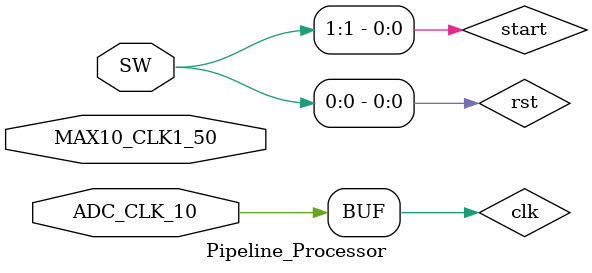
<source format=v>


module Pipeline_Processor(

//	//////////// CLOCK //////////
	input 		          		ADC_CLK_10,
	input 		          		MAX10_CLK1_50,
//	input 		          		MAX10_CLK2_50,
//
//	//////////// SDRAM //////////
//	output		    [12:0]		DRAM_ADDR,
//	output		     [1:0]		DRAM_BA,
//	output		          		DRAM_CAS_N,
//	output		          		DRAM_CKE,
//	output		          		DRAM_CLK,
//	output		          		DRAM_CS_N,
//	inout 		    [15:0]		DRAM_DQ,
//	output		          		DRAM_LDQM,
//	output		          		DRAM_RAS_N,
//	output		          		DRAM_UDQM,
//	output		          		DRAM_WE_N,
//
//	//////////// SEG7 //////////
//	output		     [7:0]		HEX0,
//	output		     [7:0]		HEX1,
//	output		     [7:0]		HEX2,
//	output		     [7:0]		HEX3,
//	output		     [7:0]		HEX4,
//	output		     [7:0]		HEX5,
//
//	//////////// KEY ////////////
//	input 		     [1:0]		KEY,
//
//	//////////// LED //////////
//	output		     [9:0]		LEDR,
//
//	//////////// SW //////////
	input 		     [1:0]		SW
	
	
	
	//input
//		input rst,
//		input clk,
//		input start
	
	
	
	//output
	
	
	//declaring pipeline register
	//output [31:0] IFID, // this only stores the instructions
	//output [39:0] IDEX, // this stores 32 bit instructions and 8 bit control signal for later execution, memory and write back
	//output [44:0] EXMEM, // this stores 32 bit instructions and 5 bit control signal for later memory and write back
	//output [33:0] MEMWB, // this stores 32 bit instrucitons and 2 bit control signal for write back
	//data path 
//	output PC_select,
//	output [7:0] PCBranch,
//	//output [7:0] IFID_PC,
//	//output [7:0] IDEX_PC,
//	output [31:0] imme32,
//	output [31:0] REGISTER_1,
//	output [31:0] REGISTER_2,
//	output Zero,
//	output [31:0] ALUresult,
//	output [31:0] WRITE_DATA,
//	output [7:0] PCBranch_EXMEM,
//	output [31:0] Pass_ALUresult,
//	output [31:0] MEM_DATA,
//	output [31:0] ins,
//	output [31:0] WRITE_BACK,
//	output RegWrite,
//	//output [31:0] IDEX_imme32,
//	output [4:0] rs1,
//	output [4:0] rs2,
//	output [4:0] rd,
//	output [31:0] writebackdata
	
	
	
	
	
);

wire clk;
wire rst;
wire start;

//declaring pipeline register
wire [31:0] IFID; // this only stores the instructions
wire [39:0] IDEX; // this stores 32 bit instructions and 8 bit control signal for later execution, memory and write back
wire [44:0] EXMEM; // this stores 32 bit instructions and 5 bit control signal for later memory and write back
wire [33:0] MEMWB; // this stores 32 bit instrucitons and 2 bit control signal for write back
////data path 
wire PC_select;
wire [7:0] PCBranch;
wire [7:0] IFID_PC;
wire [7:0] IDEX_PC;
wire [31:0] imme32;
wire [31:0] REGISTER_1;
wire [31:0] REGISTER_2;
wire Zero;
wire [31:0] ALUresult;
wire [31:0] WRITE_DATA;
wire [7:0] PCBranch_EXMEM;
wire [31:0] Pass_ALUresult;
wire [31:0] MEM_DATA;
wire [31:0] ins;
wire [31:0] WRITE_BACK;
wire RegWrite;
wire [31:0] IDEX_imme32;
wire [4:0] rs1;
wire [4:0] rs2;
wire [4:0] rd;
wire [31:0] writebackdata;

assign clk = ADC_CLK_10;
assign rst = SW[0];
assign start = SW[1];

 
// instantiate the data path
// Instruction fetch
instruction_fetch fetch (
	.clk(clk),
	.PCSelect(PC_select),
	.PCBranch(PCBranch),
	.IDEX(IDEX),
	.EXMEM(EXMEM),
	.start(start),
	.IFID_PC(IFID_PC),
	.IFID(IFID),
	.ins(ins),
	.rst(rst)
);
// Instruction decode
instruction_decode decode (
	.clk(clk),
	.IFID(IFID),
	.IFID_PC(IFID_PC),
	.IDEX(IDEX),
	.IDEX_PC(IDEX_PC),
	.IDEX_imme32(IDEX_imme32),
	//.REGISTER_1(REGISTER_1),
	//.REGISTER_2(REGISTER_2),
	.rs1(rs1),
	.rs2(rs2)
);
// Execution
instruction_execution execution (
	.clk(clk),
	.IDEX(IDEX),
	.IDEX_PC(IDEX_PC),
	.REGISTER_1(REGISTER_1),
	.REGISTER_2(REGISTER_2),
	.imme32(IDEX_imme32),
	.Zero(Zero),
	.EXMEM(EXMEM),
	.ALUresult(ALUresult),
	.WRITE_DATA(WRITE_DATA),
	.PCBranch_EXMEM(PCBranch_EXMEM)
);
// Access Memory
instruction_data_mem data_mem (
	.clk(clk),
	.EXMEM(EXMEM),
	.address(ALUresult),
	.ALUresult(ALUresult),
	.Pass_ALUresult(Pass_ALUresult),
	.WRITE_DATA(WRITE_DATA),
	.Zero(Zero),
	.MEMWB(MEMWB),
	.MEM_DATA(MEM_DATA),
	.PC_select(PC_select),
	.PCBranch_EXMEM(PCBranch_EXMEM),
	.PCBranch(PCBranch)
);
// Write Back
instruction_write_back write_back (
	.clk(clk),
	.MEMWB(MEMWB),
	.MEM_DATA(MEM_DATA),
	.ALU_DATA(Pass_ALUresult),
	.WRITE_BACK(WRITE_BACK),
	.RegWrite(RegWrite),
	.rd(rd)
);
// register file
REGISTER regis (
	.clk(clk),
	.rd(rd),
	.rs1(rs1),
	.rs2(rs2),
	.REGISTER_1(REGISTER_1),
	.REGISTER_2(REGISTER_2),
	.RegWrite(RegWrite),
	.WRITE_BACK_DATA(WRITE_BACK),
	.MemToReg(MEMWB[33])
);





endmodule

//
////=======================================================
////  This code is generated by Terasic System Builder
////=======================================================
//
//module Pipeline_Processor(
//
////	//////////// CLOCK //////////
////	input 		          		ADC_CLK_10,
//	input 		          		MAX10_CLK1_50,
////	input 		          		MAX10_CLK2_50,
////
////	//////////// SDRAM //////////
////	output		    [12:0]		DRAM_ADDR,
////	output		     [1:0]		DRAM_BA,
////	output		          		DRAM_CAS_N,
////	output		          		DRAM_CKE,
////	output		          		DRAM_CLK,
////	output		          		DRAM_CS_N,
////	inout 		    [15:0]		DRAM_DQ,
////	output		          		DRAM_LDQM,
////	output		          		DRAM_RAS_N,
////	output		          		DRAM_UDQM,
////	output		          		DRAM_WE_N,
////
////	//////////// SEG7 //////////
//	output		     [7:0]		HEX0,
//	output		     [7:0]		HEX1,
//	output		     [7:0]		HEX2,
//	output		     [7:0]		HEX3,
//	output		     [7:0]		HEX4,
//	output		     [7:0]		HEX5,
////
////	//////////// KEY //////////
//	input 		     [1:0]		KEY,
////
////	//////////// LED //////////
//	output		     [9:0]		LEDR,
////
////	//////////// SW //////////
//	input 		     [9:0]		SW
//	
//	
//	
//	//input
//
//	
//	
//	
//	//output
//	
//	
//);
//
//		wire rst;
//		wire clk;
//		wire start;
//
////declaring pipeline register
//wire [31:0] IFID; // this only stores the instructions
//wire [39:0] IDEX; // this stores 32 bit instructions and 8 bit control signal for later execution, memory and write back
//wire [44:0] EXMEM; // this stores 32 bit instructions and 5 bit control signal for later memory and write back
//wire [33:0] MEMWB; // this stores 32 bit instrucitons and 2 bit control signal for write back
//
//wire PC_select;
//wire [7:0] PCBranch;
//wire [7:0] IFID_PC;
//wire [7:0] IDEX_PC;
//wire [31:0] imme32;
//wire [31:0] REGISTER_1;
//wire [31:0] REGISTER_2;
//wire Zero;
//wire [31:0] ALUresult;
//wire [31:0] WRITE_DATA;
//wire [7:0] PCBranch_EXMEM;
//wire [31:0] Pass_ALUresult;
//wire [31:0] MEM_DATA;
//wire [31:0] ins;
//wire [31:0] WRITE_BACK;
//wire RegWrite;
//wire [31:0] IDEX_imme32;
//wire [4:0] rs1;
//wire [4:0] rs2;
//wire [4:0] rd;
//wire [31:0] writebackdata;
//
//assign start = SW[0];
//assign rst = KEY[0];
//assign clk = MAX10_CLK1_50;
//assign LEDR[0] = IFID_PC;
//assign HEX0 = ALUresult[7:0];
//assign HEX1 = WRITE_DATA;
//assign HEX2 = MEM_DATA;
//assign HEX3 = WRITE_BACK;
//assign HEX4 = REGISTER_1;
//assign HEX5 = REGISTER_2;
// 
//// instantiate the data path
//// Instruction fetch
//instruction_fetch fetch (
//	.clk(clk),
//	.PCSelect(PC_select),
//	.PCBranch(PCBranch),
//	.IDEX(IDEX),
//	.EXMEM(EXMEM),
//	.start(start),
//	.IFID_PC(IFID_PC),
//	.IFID(IFID),
//	.ins(ins),
//	.rst(rst)
//);
//// Instruction decode
//instruction_decode decode (
//	.clk(clk),
//	.IFID(IFID),
//	.IFID_PC(IFID_PC),
//	.IDEX(IDEX),
//	.IDEX_PC(IDEX_PC),
//	.IDEX_imme32(IDEX_imme32),
//	//.REGISTER_1(REGISTER_1),
//	//.REGISTER_2(REGISTER_2),
//	.rs1(rs1),
//	.rs2(rs2)
//);
//// Execution
//instruction_execution execution (
//	.clk(clk),
//	.IDEX(IDEX),
//	.IDEX_PC(IDEX_PC),
//	.REGISTER_1(REGISTER_1),
//	.REGISTER_2(REGISTER_2),
//	.imme32(IDEX_imme32),
//	.Zero(Zero),
//	.EXMEM(EXMEM),
//	.ALUresult(ALUresult),
//	.WRITE_DATA(WRITE_DATA),
//	.PCBranch_EXMEM(PCBranch_EXMEM)
//);
//// Access Memory
//instruction_data_mem data_mem (
//	.clk(clk),
//	.EXMEM(EXMEM),
//	.address(ALUresult),
//	.ALUresult(ALUresult),
//	.Pass_ALUresult(Pass_ALUresult),
//	.WRITE_DATA(WRITE_DATA),
//	.Zero(Zero),
//	.MEMWB(MEMWB),
//	.MEM_DATA(MEM_DATA),
//	.PC_select(PC_select),
//	.PCBranch_EXMEM(PCBranch_EXMEM),
//	.PCBranch(PCBranch)
//);
//// Write Back
//instruction_write_back write_back (
//	.clk(clk),
//	.MEMWB(MEMWB),
//	.MEM_DATA(MEM_DATA),
//	.ALU_DATA(Pass_ALUresult),
//	.WRITE_BACK(WRITE_BACK),
//	.RegWrite(RegWrite),
//	.rd(rd)
//);
//// register file
//REGISTER regis (
//	.clk(clk),
//	.rd(rd),
//	.rs1(rs1),
//	.rs2(rs2),
//	.REGISTER_1(REGISTER_1),
//	.REGISTER_2(REGISTER_2),
//	.RegWrite(RegWrite),
//	.WRITE_BACK_DATA(WRITE_BACK),
//	.MemToReg(MEMWB[33])
//);
//
//
//
//
//endmodule

</source>
